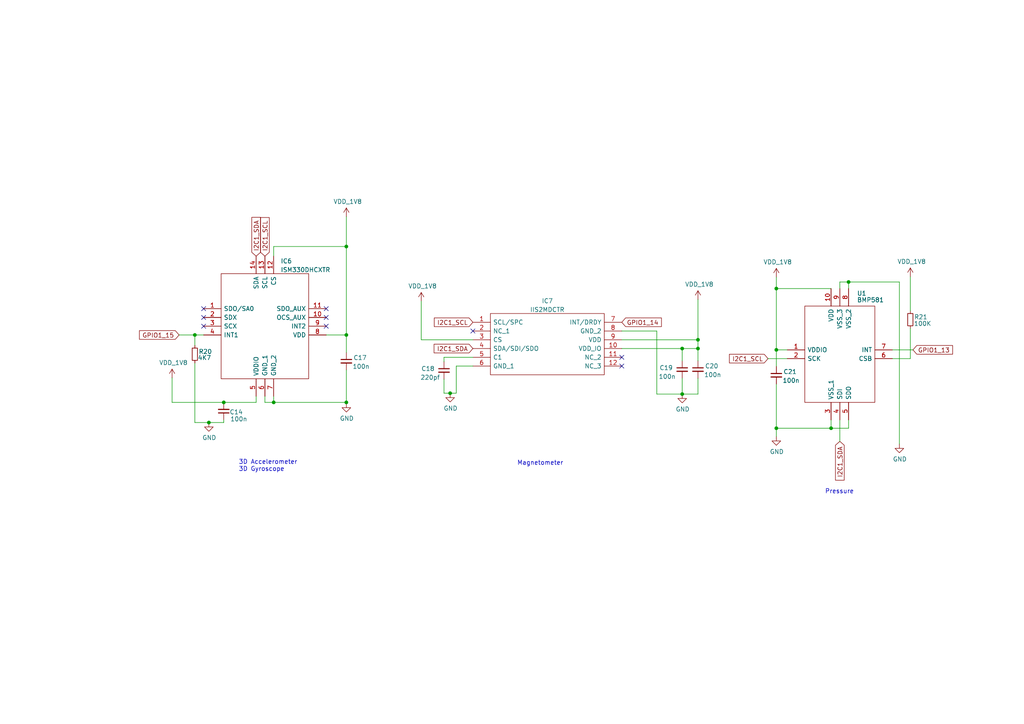
<source format=kicad_sch>
(kicad_sch (version 20230121) (generator eeschema)
  (paper "A4")
  (lib_symbols
    (symbol "Device:C_Small" (pin_numbers hide) (pin_names (offset 0.254) hide)
      (property "Reference" "C" (at 0.254 1.778 0))
      (property "Value" "C_Small" (at 0.254 -2.032 0))
      (symbol "C_Small_0_1"
        (polyline (pts (xy -1.524 -0.508) (xy 1.524 -0.508)) (stroke (width 0.3302)))
        (polyline (pts (xy -1.524 0.508) (xy 1.524 0.508)) (stroke (width 0.3048)))
      )
      (symbol "C_Small_1_1"
        (pin passive line (at 0 2.54 270) (length 2.032) (name "~") (number "1"))
        (pin passive line (at 0 -2.54 90) (length 2.032) (name "~") (number "2"))
      )
    )
    (symbol "Device:R_Small" (pin_numbers hide) (pin_names (offset 0.254) hide)
      (property "Reference" "R" (at 0.762 0.508 0))
      (property "Value" "R_Small" (at 0.762 -1.016 0))
      (symbol "R_Small_0_1"
        (rectangle (start -0.762 1.778) (end 0.762 -1.778) (stroke (width 0.2032)))
      )
      (symbol "R_Small_1_1"
        (pin passive line (at 0 2.54 270) (length 0.762) (name "~") (number "1"))
        (pin passive line (at 0 -2.54 90) (length 0.762) (name "~") (number "2"))
      )
    )
    (symbol "Sensor_Pressure:BMP581" (pin_names (offset 0.762))
      (property "Reference" "U" (at 26.67 17.78 0))
      (property "Value" "BMP581" (at 26.67 15.24 0))
      (symbol "BMP581_0_0"
        (pin passive line (at 0 0 0) (length 5.08) (name "VDDIO") (number "1"))
        (pin passive line (at 12.7 17.78 270) (length 5.08) (name "VDD") (number "10"))
        (pin passive line (at 0 -2.54 0) (length 5.08) (name "SCK") (number "2"))
        (pin passive line (at 12.7 -20.32 90) (length 5.08) (name "VSS_1") (number "3"))
        (pin passive line (at 15.24 -20.32 90) (length 5.08) (name "SDI") (number "4"))
        (pin passive line (at 17.78 -20.32 90) (length 5.08) (name "SDO") (number "5"))
        (pin passive line (at 30.48 -2.54 180) (length 5.08) (name "CSB") (number "6"))
        (pin passive line (at 30.48 0 180) (length 5.08) (name "INT") (number "7"))
        (pin passive line (at 17.78 17.78 270) (length 5.08) (name "VSS_2") (number "8"))
        (pin passive line (at 15.24 17.78 270) (length 5.08) (name "VSS_3") (number "9"))
      )
      (symbol "BMP581_0_1"
        (polyline (pts (xy 5.08 12.7) (xy 25.4 12.7) (xy 25.4 -15.24) (xy 5.08 -15.24) (xy 5.08 12.7)) (stroke (width 0.1524)))
      )
    )
    (symbol "ares-m-daughterboard:IIS2MDCTR" (pin_names (offset 0.762))
      (property "Reference" "IC" (at 39.37 7.62 0))
      (property "Value" "IIS2MDCTR" (at 39.37 5.08 0))
      (symbol "IIS2MDCTR_0_0"
        (pin passive line (at 0 0 0) (length 5.08) (name "SCL/SPC") (number "1"))
        (pin passive line (at 43.18 -7.62 180) (length 5.08) (name "VDD_IO") (number "10"))
        (pin passive line (at 43.18 -10.16 180) (length 5.08) (name "NC_2") (number "11"))
        (pin passive line (at 43.18 -12.7 180) (length 5.08) (name "NC_3") (number "12"))
        (pin passive line (at 0 -2.54 0) (length 5.08) (name "NC_1") (number "2"))
        (pin passive line (at 0 -5.08 0) (length 5.08) (name "CS") (number "3"))
        (pin passive line (at 0 -7.62 0) (length 5.08) (name "SDA/SDI/SDO") (number "4"))
        (pin passive line (at 0 -10.16 0) (length 5.08) (name "C1") (number "5"))
        (pin passive line (at 0 -12.7 0) (length 5.08) (name "GND_1") (number "6"))
        (pin passive line (at 43.18 0 180) (length 5.08) (name "INT/DRDY") (number "7"))
        (pin passive line (at 43.18 -2.54 180) (length 5.08) (name "GND_2") (number "8"))
        (pin passive line (at 43.18 -5.08 180) (length 5.08) (name "VDD") (number "9"))
      )
      (symbol "IIS2MDCTR_0_1"
        (polyline (pts (xy 5.08 2.54) (xy 38.1 2.54) (xy 38.1 -15.24) (xy 5.08 -15.24) (xy 5.08 2.54)) (stroke (width 0.1524)))
      )
    )
    (symbol "ares-m-daughterboard:ISM330DHCXTR" (pin_names (offset 0.762))
      (property "Reference" "IC" (at 31.75 15.24 0))
      (property "Value" "ISM330DHCXTR" (at 31.75 12.7 0))
      (symbol "ISM330DHCXTR_0_0"
        (pin passive line (at 0 0 0) (length 5.08) (name "SDO/SA0") (number "1"))
        (pin passive line (at 35.56 -2.54 180) (length 5.08) (name "OCS_AUX") (number "10"))
        (pin passive line (at 35.56 0 180) (length 5.08) (name "SDO_AUX") (number "11"))
        (pin passive line (at 20.32 15.24 270) (length 5.08) (name "CS") (number "12"))
        (pin passive line (at 17.78 15.24 270) (length 5.08) (name "SCL") (number "13"))
        (pin passive line (at 15.24 15.24 270) (length 5.08) (name "SDA") (number "14"))
        (pin passive line (at 0 -2.54 0) (length 5.08) (name "SDX") (number "2"))
        (pin passive line (at 0 -5.08 0) (length 5.08) (name "SCX") (number "3"))
        (pin passive line (at 0 -7.62 0) (length 5.08) (name "INT1") (number "4"))
        (pin passive line (at 15.24 -25.4 90) (length 5.08) (name "VDDIO") (number "5"))
        (pin passive line (at 17.78 -25.4 90) (length 5.08) (name "GND_1") (number "6"))
        (pin passive line (at 20.32 -25.4 90) (length 5.08) (name "GND_2") (number "7"))
        (pin passive line (at 35.56 -7.62 180) (length 5.08) (name "VDD") (number "8"))
        (pin passive line (at 35.56 -5.08 180) (length 5.08) (name "INT2") (number "9"))
      )
      (symbol "ISM330DHCXTR_0_1"
        (polyline (pts (xy 5.08 10.16) (xy 30.48 10.16) (xy 30.48 -20.32) (xy 5.08 -20.32) (xy 5.08 10.16)) (stroke (width 0.1524)))
      )
    )
    (symbol "kimchi_ulid:VDD_1V8" (power) (pin_names (offset 0))
      (property "Value" "VDD_1V8" (at 0 3.556 0))
      (symbol "VDD_1V8_0_1"
        (polyline (pts (xy -0.762 1.27) (xy 0 2.54)))
        (polyline (pts (xy 0 0) (xy 0 2.54)))
        (polyline (pts (xy 0 2.54) (xy 0.762 1.27)))
      )
      (symbol "VDD_1V8_1_1"
        (pin power_in line (at 0 0 90) (length 0) hide (name "VDD_1V8") (number "1"))
      )
    )
    (symbol "power:GND" (power) (pin_names (offset 0))
      (property "Value" "GND" (at 0 -3.81 0))
      (symbol "GND_0_1"
        (polyline (pts (xy 0 0) (xy 0 -1.27) (xy 1.27 -1.27) (xy 0 -2.54) (xy -1.27 -1.27) (xy 0 -1.27)))
      )
      (symbol "GND_1_1"
        (pin power_in line (at 0 0 270) (length 0) hide (name "GND") (number "1"))
      )
    )
  )
  (junction (at 225.171 83.693))
  (junction (at 60.579 122.555))
  (junction (at 100.457 97.155))
  (junction (at 241.046 124.206))
  (junction (at 225.171 124.206))
  (junction (at 202.438 101.092))
  (junction (at 100.457 116.713))
  (junction (at 202.438 98.552))
  (junction (at 246.126 81.788))
  (junction (at 197.866 101.092))
  (junction (at 197.866 114.3))
  (junction (at 100.457 71.501))
  (junction (at 64.897 116.713))
  (junction (at 79.375 116.713))
  (junction (at 56.515 97.155))
  (junction (at 225.171 101.473))
  (junction (at 130.556 114.046))
  (no_connect (at 180.34 106.172))
  (no_connect (at 94.615 94.615))
  (no_connect (at 59.055 94.615))
  (no_connect (at 137.16 96.012))
  (no_connect (at 59.055 89.535))
  (no_connect (at 59.055 92.075))
  (no_connect (at 94.615 89.535))
  (no_connect (at 94.615 92.075))
  (no_connect (at 180.34 103.632))
  (wire (pts (xy 100.457 107.315) (xy 100.457 116.713)))
  (wire (pts (xy 264.033 80.264) (xy 264.033 90.17)))
  (wire (pts (xy 202.438 98.552) (xy 202.438 101.092)))
  (wire (pts (xy 180.34 101.092) (xy 197.866 101.092)))
  (wire (pts (xy 100.457 62.865) (xy 100.457 71.501)))
  (wire (pts (xy 128.778 104.902) (xy 128.778 103.632)))
  (wire (pts (xy 64.897 116.713) (xy 74.295 116.713)))
  (wire (pts (xy 79.375 116.713) (xy 100.457 116.713)))
  (wire (pts (xy 128.778 114.046) (xy 130.556 114.046)))
  (wire (pts (xy 241.046 121.793) (xy 241.046 124.206)))
  (wire (pts (xy 225.171 124.206) (xy 225.171 126.619)))
  (wire (pts (xy 246.126 81.788) (xy 260.858 81.788)))
  (wire (pts (xy 225.171 83.693) (xy 241.046 83.693)))
  (wire (pts (xy 137.16 106.172) (xy 132.334 106.172)))
  (wire (pts (xy 128.778 109.982) (xy 128.778 114.046)))
  (wire (pts (xy 264.033 104.013) (xy 264.033 95.25)))
  (wire (pts (xy 51.943 97.155) (xy 56.515 97.155)))
  (wire (pts (xy 56.515 105.283) (xy 56.515 122.555)))
  (wire (pts (xy 79.375 74.295) (xy 79.375 71.501)))
  (wire (pts (xy 222.758 104.013) (xy 228.346 104.013)))
  (wire (pts (xy 76.835 116.713) (xy 79.375 116.713)))
  (wire (pts (xy 243.586 83.693) (xy 243.586 81.788)))
  (wire (pts (xy 243.586 121.793) (xy 243.586 128.016)))
  (wire (pts (xy 225.171 101.473) (xy 225.171 106.299)))
  (wire (pts (xy 228.346 101.473) (xy 225.171 101.473)))
  (wire (pts (xy 180.34 96.012) (xy 190.5 96.012)))
  (wire (pts (xy 79.375 71.501) (xy 100.457 71.501)))
  (wire (pts (xy 246.126 81.788) (xy 246.126 83.693)))
  (wire (pts (xy 225.171 111.379) (xy 225.171 124.206)))
  (wire (pts (xy 94.615 97.155) (xy 100.457 97.155)))
  (wire (pts (xy 132.334 106.172) (xy 132.334 114.046)))
  (wire (pts (xy 56.515 97.155) (xy 56.515 100.203)))
  (wire (pts (xy 225.171 83.693) (xy 225.171 80.391)))
  (wire (pts (xy 197.866 109.728) (xy 197.866 114.3)))
  (wire (pts (xy 100.457 71.501) (xy 100.457 97.155)))
  (wire (pts (xy 202.438 101.092) (xy 202.438 104.648)))
  (wire (pts (xy 64.897 122.555) (xy 64.897 121.793)))
  (wire (pts (xy 49.911 109.601) (xy 49.911 116.713)))
  (wire (pts (xy 241.046 124.206) (xy 225.171 124.206)))
  (wire (pts (xy 59.055 97.155) (xy 56.515 97.155)))
  (wire (pts (xy 190.5 114.3) (xy 197.866 114.3)))
  (wire (pts (xy 258.826 104.013) (xy 264.033 104.013)))
  (wire (pts (xy 56.515 122.555) (xy 60.579 122.555)))
  (wire (pts (xy 49.911 116.713) (xy 64.897 116.713)))
  (wire (pts (xy 258.826 101.473) (xy 264.795 101.473)))
  (wire (pts (xy 76.835 114.935) (xy 76.835 116.713)))
  (wire (pts (xy 197.866 101.092) (xy 202.438 101.092)))
  (wire (pts (xy 202.438 109.728) (xy 202.438 114.3)))
  (wire (pts (xy 197.866 114.3) (xy 202.438 114.3)))
  (wire (pts (xy 180.34 98.552) (xy 202.438 98.552)))
  (wire (pts (xy 197.866 101.092) (xy 197.866 104.648)))
  (wire (pts (xy 246.126 124.206) (xy 241.046 124.206)))
  (wire (pts (xy 128.778 103.632) (xy 137.16 103.632)))
  (wire (pts (xy 202.438 86.868) (xy 202.438 98.552)))
  (wire (pts (xy 60.579 122.555) (xy 64.897 122.555)))
  (wire (pts (xy 260.858 81.788) (xy 260.858 128.778)))
  (wire (pts (xy 190.5 96.012) (xy 190.5 114.3)))
  (wire (pts (xy 246.126 121.793) (xy 246.126 124.206)))
  (wire (pts (xy 74.295 114.935) (xy 74.295 116.713)))
  (wire (pts (xy 130.556 114.046) (xy 132.334 114.046)))
  (wire (pts (xy 225.171 101.473) (xy 225.171 83.693)))
  (wire (pts (xy 137.16 98.552) (xy 122.174 98.552)))
  (wire (pts (xy 243.586 81.788) (xy 246.126 81.788)))
  (wire (pts (xy 79.375 114.935) (xy 79.375 116.713)))
  (wire (pts (xy 100.457 97.155) (xy 100.457 102.235)))
  (wire (pts (xy 100.457 116.713) (xy 100.457 116.967)))
  (wire (pts (xy 122.174 98.552) (xy 122.174 87.376)))
  (text "3D Accelerometer\n3D Gyroscope" (at 69.215 136.906 0) (effects (font (size 1.27 1.27)) (justify left bottom)))
  (text "Pressure" (at 239.268 143.383 0) (effects (font (size 1.27 1.27)) (justify left bottom)))
  (text "Magnetometer" (at 149.987 135.128 0) (effects (font (size 1.27 1.27)) (justify left bottom)))
  (global_label "I2C1_SDA" (shape input) (at 243.586 128.016 270) (property "Intersheetrefs" "${INTERSHEET_REFS}" (effects hide)))
  (global_label "GPIO1_14" (shape input) (at 180.34 93.472 0) (property "Intersheetrefs" "${INTERSHEET_REFS}" (effects hide)))
  (global_label "I2C1_SCL" (shape input) (at 137.16 93.472 180) (property "Intersheetrefs" "${INTERSHEET_REFS}" (effects hide)))
  (global_label "GPIO1_13" (shape input) (at 264.795 101.473 0) (property "Intersheetrefs" "${INTERSHEET_REFS}" (effects hide)))
  (global_label "I2C1_SDA" (shape input) (at 137.16 101.092 180) (property "Intersheetrefs" "${INTERSHEET_REFS}" (effects hide)))
  (global_label "GPIO1_15" (shape input) (at 51.943 97.155 180) (property "Intersheetrefs" "${INTERSHEET_REFS}" (effects hide)))
  (global_label "I2C1_SCL" (shape input) (at 222.758 104.013 180) (property "Intersheetrefs" "${INTERSHEET_REFS}" (effects hide)))
  (global_label "I2C1_SDA" (shape input) (at 74.295 74.295 90) (property "Intersheetrefs" "${INTERSHEET_REFS}" (effects hide)))
  (global_label "I2C1_SCL" (shape input) (at 76.835 74.295 90) (property "Intersheetrefs" "${INTERSHEET_REFS}" (effects hide)))
  (symbol (lib_id "kimchi_ulid:VDD_1V8") (at 49.911 109.601 0) (unit 1)
    (property "Reference" "#PWR045" (effects hide))
    (property "Value" "VDD_1V8" (at 50.292 105.2068 0))
  )
  (symbol (lib_id "Device:C_Small") (at 128.778 107.442 0) (unit 1)
    (property "Reference" "C18" (at 122.174 106.934 0) (effects (justify left)))
    (property "Value" "220pf" (at 121.92 109.474 0) (effects (justify left)))
    (property "Footprint" "Capacitor_SMD:C_0402_1005Metric" (effects hide))
  )
  (symbol (lib_id "Device:C_Small") (at 202.438 107.188 0) (unit 1)
    (property "Reference" "C20" (at 204.47 106.172 0) (effects (justify left)))
    (property "Value" "100n" (at 204.216 108.712 0) (effects (justify left)))
    (property "Footprint" "Capacitor_SMD:C_0402_1005Metric" (effects hide))
  )
  (symbol (lib_id "Device:C_Small") (at 64.897 119.253 180) (unit 1)
    (property "Reference" "C14" (at 70.485 119.507 0) (effects (justify left)))
    (property "Value" "100n" (at 71.755 121.539 0) (effects (justify left)))
    (property "Footprint" "Capacitor_SMD:C_0402_1005Metric" (effects hide))
  )
  (symbol (lib_id "kimchi_ulid:VDD_1V8") (at 202.438 86.868 0) (unit 1)
    (property "Reference" "#PWR052" (effects hide))
    (property "Value" "VDD_1V8" (at 202.819 82.4738 0))
  )
  (symbol (lib_id "kimchi_ulid:VDD_1V8") (at 264.033 80.264 0) (unit 1)
    (property "Reference" "#PWR056" (effects hide))
    (property "Value" "VDD_1V8" (at 264.414 75.8698 0))
  )
  (symbol (lib_id "power:GND") (at 130.556 114.046 0) (unit 1)
    (property "Reference" "#PWR050" (effects hide))
    (property "Value" "GND" (at 130.683 118.4402 0))
  )
  (symbol (lib_id "Device:R_Small") (at 56.515 102.743 180) (unit 1)
    (property "Reference" "R20" (at 59.563 101.981 0))
    (property "Value" "4K7" (at 59.309 103.759 0))
    (property "Footprint" "Resistor_SMD:R_0402_1005Metric" (effects hide))
  )
  (symbol (lib_id "kimchi_ulid:VDD_1V8") (at 225.171 80.391 0) (unit 1)
    (property "Reference" "#PWR053" (effects hide))
    (property "Value" "VDD_1V8" (at 225.552 75.9968 0))
  )
  (symbol (lib_id "power:GND") (at 100.457 116.967 0) (unit 1)
    (property "Reference" "#PWR048" (effects hide))
    (property "Value" "GND" (at 100.584 121.3612 0))
  )
  (symbol (lib_id "kimchi_ulid:VDD_1V8") (at 100.457 62.865 0) (unit 1)
    (property "Reference" "#PWR047" (effects hide))
    (property "Value" "VDD_1V8" (at 100.838 58.4708 0))
  )
  (symbol (lib_id "ares-m-daughterboard:ISM330DHCXTR") (at 59.055 89.535 0) (unit 1)
    (property "Reference" "IC6" (at 81.3944 75.726 0) (effects (justify left)))
    (property "Value" "ISM330DHCXTR" (at 81.3944 78.2629 0) (effects (justify left)))
    (property "Footprint" "ares-m-daughterboard:LGA-14_2.5X3X0.86_" (effects hide))
    (property "Datasheet" "https://www.st.com/resource/en/datasheet/ism330dhcx.pdf" (effects hide))
    (property "Description" "IMUs - Inertial Measurement Units VFLGA2.5X3X.86 14L P.5 L.475X.25" (effects hide))
    (property "Mouser Part Number" "511-ISM330DHCXTR" (effects hide))
    (property "Mouser Price/Stock" "https://www.mouser.co.uk/ProductDetail/STMicroelectronics/ISM330DHCXTR?qs=%252B6g0mu59x7Jv2Xps2dM6Xw%3D%3D" (effects hide))
    (property "Manufacturer_Name" "STMicroelectronics" (effects hide))
    (property "Manufacturer_Part_Number" "ISM330DHCXTR" (effects hide))
  )
  (symbol (lib_id "Device:C_Small") (at 197.866 107.188 0) (unit 1)
    (property "Reference" "C19" (at 191.262 106.68 0) (effects (justify left)))
    (property "Value" "100n" (at 191.008 109.22 0) (effects (justify left)))
    (property "Footprint" "Capacitor_SMD:C_0402_1005Metric" (effects hide))
  )
  (symbol (lib_id "Sensor_Pressure:BMP581") (at 228.346 101.473 0) (unit 1)
    (property "Reference" "U1" (at 249.936 85.09 0))
    (property "Value" "BMP581" (at 252.476 86.995 0))
    (property "Footprint" "drone-control:BMP581" (effects hide))
    (property "Datasheet" "https://www.bosch-sensortec.com/media/boschsensortec/downloads/datasheets/bst-bmp581-ds004.pdf" (effects hide))
    (property "Description" "Pressure Sensor 4.35PSI ~{} 18.13PSI (30kPa ~{} 125kPa) Absolute 10-WFLGA" (effects hide))
    (property "Height" "0.8" (effects hide))
    (property "Mouser Part Number" "262-BMP581" (effects hide))
    (property "Mouser Price/Stock" "https://www.mouser.co.uk/ProductDetail/Bosch-Sensortec/BMP581?qs=Li%252BoUPsLEntPL9tlFmcgXg%3D%3D" (effects hide))
    (property "Manufacturer_Name" "BOSCH" (effects hide))
    (property "Manufacturer_Part_Number" "BMP581" (effects hide))
  )
  (symbol (lib_id "ares-m-daughterboard:IIS2MDCTR") (at 137.16 93.472 0) (unit 1)
    (property "Reference" "IC7" (at 158.75 87.283 0))
    (property "Value" "IIS2MDCTR" (at 158.75 89.8199 0))
    (property "Footprint" "drone-control:IIS2MDCTR" (effects hide))
    (property "Datasheet" "https://www.st.com/resource/en/datasheet/iis2mdc.pdf" (effects hide))
    (property "Description" "STMICROELECTRONICS - IIS2MDCTR - MEMS MODULE, 3-AXIS MAGNETOMETER, LGA-12" (effects hide))
    (property "Height" "0.7" (effects hide))
    (property "Mouser Part Number" "511-IIS2MDCTR" (effects hide))
    (property "Mouser Price/Stock" "https://www.mouser.co.uk/ProductDetail/STMicroelectronics/IIS2MDCTR?qs=1mbolxNpo8ems1K%2FRdQzXg%3D%3D" (effects hide))
    (property "Manufacturer_Name" "STMicroelectronics" (effects hide))
    (property "Manufacturer_Part_Number" "IIS2MDCTR" (effects hide))
  )
  (symbol (lib_id "power:GND") (at 197.866 114.3 0) (unit 1)
    (property "Reference" "#PWR051" (effects hide))
    (property "Value" "GND" (at 197.993 118.6942 0))
  )
  (symbol (lib_id "power:GND") (at 60.579 122.555 0) (unit 1)
    (property "Reference" "#PWR046" (effects hide))
    (property "Value" "GND" (at 60.706 126.9492 0))
  )
  (symbol (lib_id "Device:R_Small") (at 264.033 92.71 180) (unit 1)
    (property "Reference" "R21" (at 267.081 91.948 0))
    (property "Value" "100K" (at 267.589 93.853 0))
    (property "Footprint" "Resistor_SMD:R_0402_1005Metric" (effects hide))
  )
  (symbol (lib_id "kimchi_ulid:VDD_1V8") (at 122.174 87.376 0) (unit 1)
    (property "Reference" "#PWR049" (effects hide))
    (property "Value" "VDD_1V8" (at 122.555 82.9818 0))
  )
  (symbol (lib_id "power:GND") (at 225.171 126.619 0) (unit 1)
    (property "Reference" "#PWR054" (effects hide))
    (property "Value" "GND" (at 225.298 131.0132 0))
  )
  (symbol (lib_id "Device:C_Small") (at 100.457 104.775 0) (unit 1)
    (property "Reference" "C17" (at 102.489 103.759 0) (effects (justify left)))
    (property "Value" "100n" (at 102.235 106.299 0) (effects (justify left)))
    (property "Footprint" "Capacitor_SMD:C_0402_1005Metric" (effects hide))
  )
  (symbol (lib_id "Device:C_Small") (at 225.171 108.839 0) (unit 1)
    (property "Reference" "C21" (at 227.203 107.823 0) (effects (justify left)))
    (property "Value" "100n" (at 226.949 110.363 0) (effects (justify left)))
    (property "Footprint" "Capacitor_SMD:C_0402_1005Metric" (effects hide))
  )
  (symbol (lib_id "power:GND") (at 260.858 128.778 0) (unit 1)
    (property "Reference" "#PWR055" (effects hide))
    (property "Value" "GND" (at 260.985 133.1722 0))
  )
)
</source>
